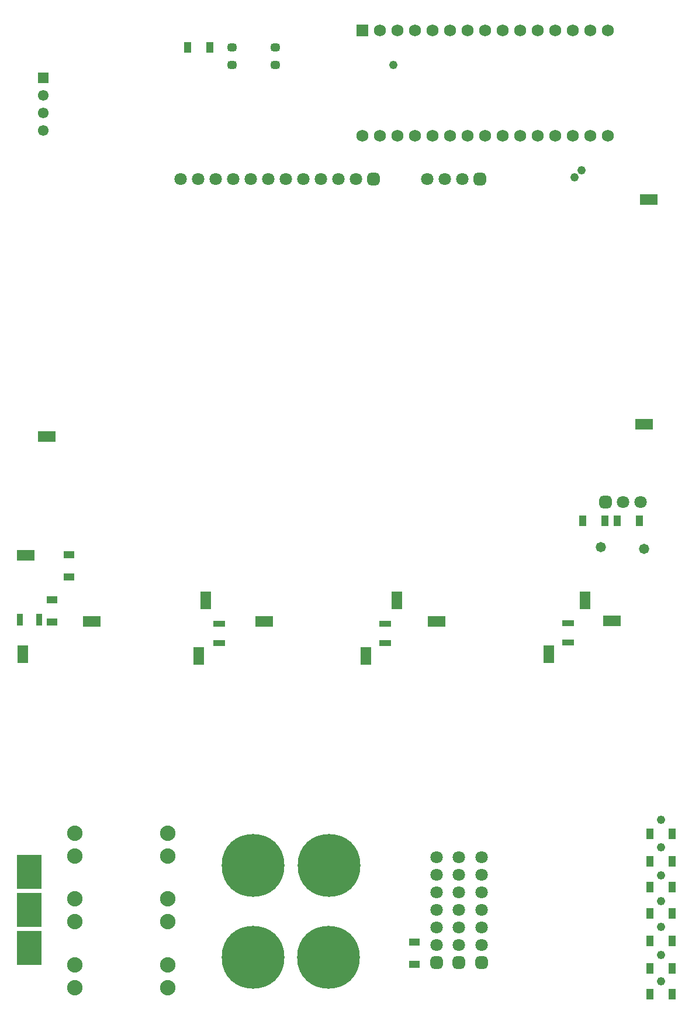
<source format=gbr>
G04*
G04 #@! TF.GenerationSoftware,Altium Limited,Altium Designer,24.1.2 (44)*
G04*
G04 Layer_Color=16711935*
%FSLAX25Y25*%
%MOIN*%
G70*
G04*
G04 #@! TF.SameCoordinates,A85318EA-E4D8-42E9-B0A6-CF3BD3DAF5E5*
G04*
G04*
G04 #@! TF.FilePolarity,Negative*
G04*
G01*
G75*
%ADD20C,0.07099*%
G04:AMPARAMS|DCode=21|XSize=70.99mil|YSize=70.99mil|CornerRadius=19.75mil|HoleSize=0mil|Usage=FLASHONLY|Rotation=0.000|XOffset=0mil|YOffset=0mil|HoleType=Round|Shape=RoundedRectangle|*
%AMROUNDEDRECTD21*
21,1,0.07099,0.03150,0,0,0.0*
21,1,0.03150,0.07099,0,0,0.0*
1,1,0.03950,0.01575,-0.01575*
1,1,0.03950,-0.01575,-0.01575*
1,1,0.03950,-0.01575,0.01575*
1,1,0.03950,0.01575,0.01575*
%
%ADD21ROUNDEDRECTD21*%
%ADD22C,0.06800*%
%ADD23R,0.06800X0.06800*%
%ADD24C,0.08800*%
%ADD25C,0.35800*%
G04:AMPARAMS|DCode=26|XSize=70.99mil|YSize=70.99mil|CornerRadius=19.75mil|HoleSize=0mil|Usage=FLASHONLY|Rotation=90.000|XOffset=0mil|YOffset=0mil|HoleType=Round|Shape=RoundedRectangle|*
%AMROUNDEDRECTD26*
21,1,0.07099,0.03150,0,0,90.0*
21,1,0.03150,0.07099,0,0,90.0*
1,1,0.03950,0.01575,0.01575*
1,1,0.03950,0.01575,-0.01575*
1,1,0.03950,-0.01575,-0.01575*
1,1,0.03950,-0.01575,0.01575*
%
%ADD26ROUNDEDRECTD26*%
%ADD27R,0.06102X0.06102*%
%ADD28C,0.06102*%
%ADD29C,0.05800*%
%ADD30C,0.04800*%
%ADD41R,0.03937X0.05906*%
%ADD44R,0.05906X0.03937*%
%ADD45R,0.06693X0.03740*%
%ADD46R,0.03740X0.06693*%
%ADD51R,0.06312X0.09855*%
%ADD52R,0.14304X0.19304*%
%ADD53R,0.09855X0.06312*%
G04:AMPARAMS|DCode=54|XSize=51.31mil|YSize=43.43mil|CornerRadius=12.86mil|HoleSize=0mil|Usage=FLASHONLY|Rotation=0.000|XOffset=0mil|YOffset=0mil|HoleType=Round|Shape=RoundedRectangle|*
%AMROUNDEDRECTD54*
21,1,0.05131,0.01772,0,0,0.0*
21,1,0.02559,0.04343,0,0,0.0*
1,1,0.02572,0.01280,-0.00886*
1,1,0.02572,-0.01280,-0.00886*
1,1,0.02572,-0.01280,0.00886*
1,1,0.02572,0.01280,0.00886*
%
%ADD54ROUNDEDRECTD54*%
D20*
X1072008Y630905D02*
D03*
X1062008D02*
D03*
X981299Y428622D02*
D03*
Y418622D02*
D03*
Y398622D02*
D03*
Y378622D02*
D03*
Y388622D02*
D03*
Y408622D02*
D03*
X968460Y428657D02*
D03*
Y418657D02*
D03*
Y398657D02*
D03*
Y378657D02*
D03*
Y388657D02*
D03*
Y408657D02*
D03*
X955664Y428657D02*
D03*
Y418657D02*
D03*
Y398657D02*
D03*
Y378657D02*
D03*
Y388657D02*
D03*
Y408657D02*
D03*
X809567Y814961D02*
D03*
X819567D02*
D03*
X829567D02*
D03*
X849567D02*
D03*
X859567D02*
D03*
X879567D02*
D03*
X899567D02*
D03*
X909567D02*
D03*
X889567D02*
D03*
X869567D02*
D03*
X839567D02*
D03*
X970433D02*
D03*
X960433D02*
D03*
X950433D02*
D03*
D21*
X1052008Y630905D02*
D03*
X919567Y814961D02*
D03*
X980433D02*
D03*
D22*
X1053307Y839567D02*
D03*
X1043307D02*
D03*
X1023307D02*
D03*
X1013307D02*
D03*
X1033307D02*
D03*
X1003307D02*
D03*
X993307D02*
D03*
X983307D02*
D03*
X973307D02*
D03*
X963307D02*
D03*
X953307D02*
D03*
X943307D02*
D03*
X933307D02*
D03*
X923307D02*
D03*
X1053307Y899567D02*
D03*
X1043307D02*
D03*
X913307Y839567D02*
D03*
X923307Y899567D02*
D03*
X933307D02*
D03*
X943307D02*
D03*
X953307D02*
D03*
X963307D02*
D03*
X973307D02*
D03*
X983307D02*
D03*
X993307D02*
D03*
X1003307D02*
D03*
X1013307D02*
D03*
X1023307D02*
D03*
X1033307D02*
D03*
D23*
X913307D02*
D03*
D24*
X749165Y442078D02*
D03*
Y429078D02*
D03*
X802165Y442078D02*
D03*
Y429078D02*
D03*
X749165Y404732D02*
D03*
Y391732D02*
D03*
X802165Y404732D02*
D03*
Y391732D02*
D03*
X749165Y367126D02*
D03*
Y354126D02*
D03*
X802165Y367126D02*
D03*
Y354126D02*
D03*
D25*
X850835Y371709D02*
D03*
X894142D02*
D03*
X850886Y423972D02*
D03*
X894193D02*
D03*
D26*
X981299Y368622D02*
D03*
X968460Y368657D02*
D03*
X955664D02*
D03*
D27*
X731299Y872520D02*
D03*
D28*
Y862520D02*
D03*
Y852520D02*
D03*
Y842520D02*
D03*
D29*
X1073819Y604331D02*
D03*
X1049213Y605315D02*
D03*
D30*
X1034449Y815945D02*
D03*
X1038386Y819882D02*
D03*
X931102Y879921D02*
D03*
X1083744Y357806D02*
D03*
X1083661Y373031D02*
D03*
Y388779D02*
D03*
Y403543D02*
D03*
Y418307D02*
D03*
Y434055D02*
D03*
Y449803D02*
D03*
D41*
X1058661Y620079D02*
D03*
X1071260D02*
D03*
X1038976D02*
D03*
X1051575D02*
D03*
X1089961Y441929D02*
D03*
X1077362D02*
D03*
X1089961Y350394D02*
D03*
X1077362D02*
D03*
X1089961Y365158D02*
D03*
X1077362D02*
D03*
X1089961Y380906D02*
D03*
X1077362D02*
D03*
X1089961Y396654D02*
D03*
X1077362D02*
D03*
X1089961Y426181D02*
D03*
X1077362D02*
D03*
X1089961Y411417D02*
D03*
X1077362D02*
D03*
X813583Y889764D02*
D03*
X826181D02*
D03*
D44*
X746063Y588189D02*
D03*
Y600787D02*
D03*
X942913Y367717D02*
D03*
Y380315D02*
D03*
X736221Y575197D02*
D03*
Y562598D02*
D03*
D45*
X1030512Y550984D02*
D03*
Y562008D02*
D03*
X926181Y550591D02*
D03*
Y561614D02*
D03*
X831693Y550591D02*
D03*
Y561614D02*
D03*
D46*
X717913Y563976D02*
D03*
X728937D02*
D03*
D51*
X823819Y574803D02*
D03*
X933071D02*
D03*
X1040354D02*
D03*
X719488Y544291D02*
D03*
X819882Y543307D02*
D03*
X915354D02*
D03*
X1019685Y544291D02*
D03*
D52*
X723425Y376969D02*
D03*
Y420276D02*
D03*
Y398622D02*
D03*
D53*
X1055727Y563179D02*
D03*
X1073819Y675197D02*
D03*
X721457Y600394D02*
D03*
X733268Y668307D02*
D03*
X1076772Y803150D02*
D03*
X758858Y562992D02*
D03*
X955709D02*
D03*
X857283D02*
D03*
D54*
X863780Y879842D02*
D03*
Y889843D02*
D03*
X838976D02*
D03*
Y879842D02*
D03*
M02*

</source>
